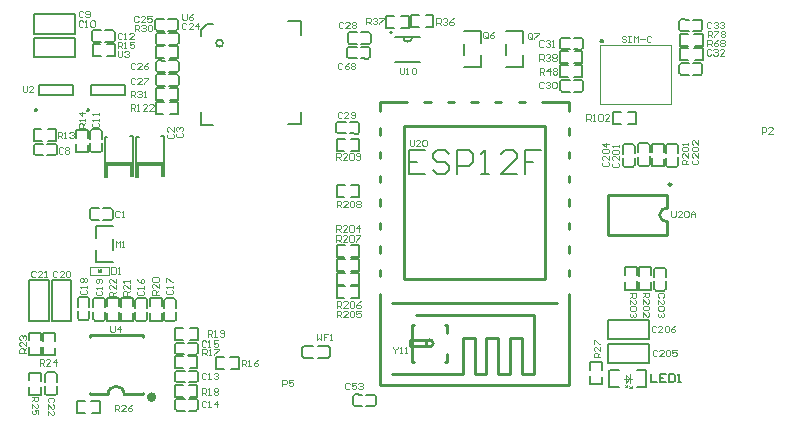
<source format=gto>
G04 Layer_Color=65535*
%FSLAX44Y44*%
%MOMM*%
G71*
G01*
G75*
%ADD34C,0.1270*%
%ADD37C,0.2000*%
%ADD58C,0.2540*%
%ADD85C,0.4000*%
%ADD86C,0.1524*%
%ADD87C,0.3500*%
%ADD88C,0.0500*%
%ADD89C,0.1000*%
%ADD90C,0.1500*%
%ADD91C,0.2032*%
%ADD92R,2.3876X0.4572*%
D34*
X486664Y29071D02*
X486675Y35772D01*
X486541Y41067D02*
X486553Y48091D01*
X496675Y29071D02*
X496687Y35647D01*
X496698Y41611D02*
X496709Y48091D01*
X486553D02*
X496709D01*
X486664Y29071D02*
X496675D01*
X23620Y53577D02*
X23631Y60279D01*
X23496Y65574D02*
X23509Y72597D01*
X33631Y53577D02*
X33642Y60153D01*
X33654Y66117D02*
X33665Y72597D01*
X23509D02*
X33665D01*
X23620Y53577D02*
X33631D01*
X135182Y52728D02*
X141883Y52716D01*
X147179Y52851D02*
X154202Y52839D01*
X135182Y42716D02*
X141758Y42705D01*
X147722Y42693D02*
X154202Y42682D01*
Y52839D01*
X135182Y42716D02*
Y52728D01*
X52388Y14847D02*
X59089Y14836D01*
X64384Y14971D02*
X71408Y14958D01*
X52388Y4836D02*
X58964Y4825D01*
X64928Y4813D02*
X71408Y4802D01*
Y14958D01*
X52388Y4836D02*
Y14847D01*
X87571Y95260D02*
X87582Y101961D01*
X87693Y82941D02*
X87705Y89965D01*
X77559Y95385D02*
X77571Y101961D01*
X77536Y82941D02*
X77547Y89421D01*
X77536Y82941D02*
X87693D01*
X77571Y101961D02*
X87582D01*
X124225Y95086D02*
X124237Y101787D01*
X124348Y82767D02*
X124360Y89791D01*
X114214Y95211D02*
X114225Y101787D01*
X114191Y82767D02*
X114202Y89247D01*
X114191Y82767D02*
X124348D01*
X114225Y101787D02*
X124237D01*
X21478Y66234D02*
X21490Y72935D01*
X21601Y53914D02*
X21613Y60938D01*
X11467Y66359D02*
X11478Y72935D01*
X11444Y53914D02*
X11455Y60395D01*
X11444Y53914D02*
X21601D01*
X11478Y72935D02*
X21490D01*
X89544Y82776D02*
X89556Y89477D01*
X89421Y94772D02*
X89433Y101796D01*
X99556Y82776D02*
X99567Y89352D01*
X99579Y95316D02*
X99590Y101796D01*
X89433D02*
X99590D01*
X89544Y82776D02*
X99556D01*
X147647Y66549D02*
X154348Y66538D01*
X135328Y66427D02*
X142352Y66415D01*
X147772Y76561D02*
X154348Y76549D01*
X135328Y76583D02*
X141808Y76572D01*
X135328Y66427D02*
Y76583D01*
X154348Y66538D02*
Y76549D01*
X21860Y32276D02*
X21872Y38977D01*
X21983Y19957D02*
X21995Y26981D01*
X11849Y32401D02*
X11860Y38977D01*
X11826Y19957D02*
X11837Y26437D01*
X11826Y19957D02*
X21983D01*
X11860Y38977D02*
X21872D01*
X272043Y236988D02*
X278744Y236976D01*
X284039Y237111D02*
X291063Y237099D01*
X272043Y226976D02*
X278618Y226965D01*
X284583Y226953D02*
X291063Y226942D01*
Y237099D01*
X272043Y226976D02*
Y236988D01*
Y197727D02*
X278744Y197716D01*
X284039Y197850D02*
X291063Y197838D01*
X272043Y187716D02*
X278618Y187705D01*
X284583Y187693D02*
X291063Y187682D01*
Y197838D01*
X272043Y187716D02*
Y197727D01*
X135182Y28708D02*
X141883Y28696D01*
X147179Y28831D02*
X154202Y28819D01*
X135182Y18696D02*
X141758Y18685D01*
X147722Y18673D02*
X154202Y18662D01*
Y28819D01*
X135182Y18696D02*
Y28708D01*
X272043Y135388D02*
X278744Y135376D01*
X284039Y135511D02*
X291063Y135499D01*
X272043Y125376D02*
X278618Y125365D01*
X284583Y125353D02*
X291063Y125342D01*
Y135499D01*
X272043Y125376D02*
Y135388D01*
Y123559D02*
X278744Y123548D01*
X284039Y123682D02*
X291063Y123671D01*
X272043Y113548D02*
X278618Y113537D01*
X284583Y113525D02*
X291063Y113514D01*
Y123671D01*
X272043Y113548D02*
Y123559D01*
Y112020D02*
X278744Y112008D01*
X284039Y112143D02*
X291063Y112131D01*
X272043Y102008D02*
X278618Y101997D01*
X284583Y101985D02*
X291063Y101974D01*
Y112131D01*
X272043Y102008D02*
Y112020D01*
Y147072D02*
X278744Y147060D01*
X284039Y147195D02*
X291063Y147183D01*
X272043Y137060D02*
X278618Y137049D01*
X284583Y137037D02*
X291063Y137026D01*
Y147183D01*
X272043Y137060D02*
Y147072D01*
X526257Y121446D02*
X526269Y128147D01*
X526380Y109127D02*
X526392Y116151D01*
X516246Y121572D02*
X516257Y128147D01*
X516223Y109127D02*
X516234Y115607D01*
X516223Y109127D02*
X526380D01*
X516257Y128147D02*
X526269D01*
X539351Y213593D02*
X539363Y220294D01*
X539228Y225590D02*
X539240Y232614D01*
X549363Y213593D02*
X549374Y220169D01*
X549386Y226133D02*
X549397Y232614D01*
X539240D02*
X549397D01*
X539351Y213593D02*
X549363D01*
X528456Y109192D02*
X528468Y115893D01*
X528333Y121188D02*
X528345Y128212D01*
X538468Y109192D02*
X538479Y115768D01*
X538491Y121732D02*
X538502Y128212D01*
X528345D02*
X538502D01*
X528456Y109192D02*
X538468D01*
X473439Y289053D02*
X480140Y289042D01*
X461120Y288931D02*
X468144Y288919D01*
X473564Y299065D02*
X480140Y299053D01*
X461120Y299088D02*
X467600Y299076D01*
X461120Y288931D02*
Y299088D01*
X480140Y289042D02*
Y299053D01*
X506470Y259638D02*
X513171Y259627D01*
X518467Y259762D02*
X525490Y259749D01*
X506470Y249627D02*
X513046Y249615D01*
X519010Y249604D02*
X525490Y249593D01*
Y259749D01*
X506470Y249627D02*
Y259638D01*
X473439Y300882D02*
X480140Y300870D01*
X461120Y300759D02*
X468144Y300747D01*
X473564Y310893D02*
X480140Y310882D01*
X461120Y310916D02*
X467600Y310905D01*
X461120Y300759D02*
Y310916D01*
X480140Y300870D02*
Y310882D01*
X562818Y313551D02*
X569520Y313540D01*
X574815Y313675D02*
X581839Y313662D01*
X562818Y303540D02*
X569394Y303529D01*
X575359Y303517D02*
X581839Y303506D01*
Y313662D01*
X562818Y303540D02*
Y313551D01*
Y325380D02*
X569520Y325368D01*
X574815Y325503D02*
X581839Y325491D01*
X562818Y315368D02*
X569394Y315357D01*
X575359Y315345D02*
X581839Y315334D01*
Y325491D01*
X562818Y315368D02*
Y325380D01*
X77907Y306833D02*
X84608Y306822D01*
X65588Y306711D02*
X72612Y306699D01*
X78032Y316845D02*
X84608Y316833D01*
X65588Y316868D02*
X72068Y316856D01*
X65588Y306711D02*
Y316868D01*
X84608Y306822D02*
Y316833D01*
X51299Y225469D02*
X51311Y232171D01*
X51176Y237466D02*
X51188Y244490D01*
X61311Y225469D02*
X61322Y232045D01*
X61334Y238009D02*
X61345Y244490D01*
X51188D02*
X61345D01*
X51299Y225469D02*
X61311D01*
X27787Y235350D02*
X34488Y235338D01*
X15468Y235227D02*
X22492Y235215D01*
X27912Y245361D02*
X34488Y245350D01*
X15468Y245384D02*
X21948Y245373D01*
X15468Y235227D02*
Y245384D01*
X34488Y235338D02*
Y245350D01*
X118825Y280019D02*
X125526Y280007D01*
X130821Y280142D02*
X137845Y280130D01*
X118825Y270007D02*
X125401Y269996D01*
X131365Y269984D02*
X137845Y269973D01*
Y280130D01*
X118825Y270007D02*
Y280019D01*
Y268335D02*
X125526Y268323D01*
X130821Y268458D02*
X137845Y268446D01*
X118825Y258323D02*
X125401Y258312D01*
X131365Y258300D02*
X137845Y258289D01*
Y268446D01*
X118825Y258323D02*
Y268335D01*
X131144Y305160D02*
X137845Y305149D01*
X118825Y305038D02*
X125849Y305026D01*
X131270Y315172D02*
X137845Y315160D01*
X118825Y315194D02*
X125305Y315183D01*
X118825Y305038D02*
Y315194D01*
X137845Y305149D02*
Y315160D01*
X347345Y331362D02*
X354047Y331350D01*
X335026Y331239D02*
X342050Y331227D01*
X347471Y341373D02*
X354047Y341362D01*
X335026Y341396D02*
X341507Y341385D01*
X335026Y331239D02*
Y341396D01*
X354047Y331350D02*
Y341362D01*
X314207Y341128D02*
X320908Y341116D01*
X326203Y341251D02*
X333227Y341239D01*
X314207Y331116D02*
X320782Y331105D01*
X326746Y331093D02*
X333227Y331082D01*
Y341239D01*
X314207Y331116D02*
Y341128D01*
X169981Y52245D02*
X176683Y52234D01*
X181978Y52368D02*
X189002Y52356D01*
X169981Y42234D02*
X176557Y42222D01*
X182521Y42211D02*
X189002Y42200D01*
Y52356D01*
X169981Y42234D02*
Y52245D01*
D37*
X319212Y326800D02*
G03*
X319212Y326800I-1001J0D01*
G01*
X328372Y322990D02*
G03*
X335992Y322990I3810J-159D01*
G01*
X175935Y317971D02*
G03*
X175935Y317971I-3000J0D01*
G01*
X534041Y27004D02*
Y40933D01*
X526163Y27004D02*
X534041D01*
X503492D02*
X510992D01*
X503270Y41378D02*
X510770D01*
X526089Y40933D02*
X534041D01*
X503077Y27004D02*
Y41378D01*
X11414Y82641D02*
Y117389D01*
Y82641D02*
X28177D01*
Y117389D01*
X11414D02*
X28177D01*
X30798Y82413D02*
Y117161D01*
Y82413D02*
X47562D01*
Y117161D01*
X30798D02*
X47562D01*
X501819Y63625D02*
X536567D01*
X501819Y46861D02*
Y63625D01*
Y46861D02*
X536567D01*
Y63625D01*
X501819Y83945D02*
X536567D01*
X501819Y67181D02*
Y83945D01*
Y67181D02*
X536567D01*
Y83945D01*
X93257Y273797D02*
Y282297D01*
X64257D02*
X93257D01*
X64257Y273797D02*
X93257D01*
X64257D02*
Y282297D01*
X15833Y342517D02*
X50581D01*
X15833Y325753D02*
Y342517D01*
Y325753D02*
X50581D01*
Y342517D01*
X15833Y322705D02*
X50581D01*
X15833Y305941D02*
Y322705D01*
Y305941D02*
X50581D01*
Y322705D01*
X49117Y273797D02*
Y282297D01*
X20117D02*
X49117D01*
X20117Y273797D02*
X49117D01*
X20117D02*
Y282297D01*
X124172Y205032D02*
X125950D01*
X102074Y204778D02*
X103852D01*
X102074D02*
Y238814D01*
X104360D01*
X125950Y205032D02*
Y239322D01*
X123410D02*
X125950D01*
X103852Y204778D02*
Y214938D01*
X124172Y205032D02*
Y215192D01*
X97756Y205032D02*
X99534D01*
X75658Y204778D02*
X77436D01*
X75658D02*
Y238814D01*
X77944D01*
X99534Y205032D02*
Y239322D01*
X96994D02*
X99534D01*
X77436Y204778D02*
Y214938D01*
X97756Y205032D02*
Y215192D01*
X321540Y323330D02*
X342822D01*
X332182Y302330D02*
X342822D01*
X321540D02*
X332182D01*
X241517Y325058D02*
Y336488D01*
X231103D02*
X241517D01*
X230595Y249366D02*
X242025D01*
Y259780D01*
X156935Y248604D02*
X167349D01*
X156935D02*
Y260034D01*
X157117Y323788D02*
Y329050D01*
X162015Y333948D01*
X167095D01*
D58*
X92252Y20480D02*
G03*
X78536Y20480I-6858J0D01*
G01*
X551969Y178426D02*
G03*
X551969Y166626I-447J-5900D01*
G01*
X555573Y198224D02*
G03*
X555573Y198224I-1204J0D01*
G01*
X495778Y319102D02*
G03*
X495689Y319362I936J465D01*
G01*
X353784Y63805D02*
G03*
X353784Y63805I-2997J0D01*
G01*
X101396Y20480D02*
X107894D01*
X62894D02*
X69392D01*
X107894Y20626D02*
Y21783D01*
Y69470D02*
Y70626D01*
X62894D02*
X107894D01*
X62894Y69470D02*
Y70626D01*
Y20626D02*
Y21783D01*
X69392Y20480D02*
X78536D01*
X92252D02*
X101396D01*
X448901Y118152D02*
Y248152D01*
X328902D02*
X448901D01*
X328902Y118152D02*
Y248152D01*
Y118152D02*
X448901D01*
X338901Y88153D02*
X438901D01*
Y38153D02*
Y88153D01*
X428901Y38153D02*
X438901D01*
X428901D02*
Y68152D01*
X418901D02*
X428901D01*
X418901Y38153D02*
Y68152D01*
X408901Y38153D02*
X418901D01*
X408901D02*
Y68152D01*
X398901D02*
X408901D01*
X398901Y38153D02*
Y68152D01*
X388901Y38153D02*
X398901D01*
X388901D02*
Y68152D01*
X378901D02*
X388901D01*
X378901Y38153D02*
Y68152D01*
X318902Y38153D02*
X378901D01*
X318902Y98153D02*
X458901D01*
X308902Y28153D02*
X468901D01*
X308902D02*
Y105842D01*
Y120465D02*
Y125842D01*
Y140465D02*
Y145842D01*
Y160465D02*
Y165842D01*
Y180465D02*
Y185842D01*
Y200465D02*
Y205842D01*
Y220465D02*
Y225842D01*
Y240465D02*
Y245842D01*
Y260465D02*
Y268152D01*
X331607D01*
X346229D02*
X351607D01*
X366229D02*
X371599D01*
X386222D02*
X391606D01*
X406229D02*
X411594D01*
X426217D02*
X431573D01*
X446196D02*
X468901D01*
Y260465D02*
Y268152D01*
Y240465D02*
Y245842D01*
Y220465D02*
Y225842D01*
Y200465D02*
Y205842D01*
Y180465D02*
Y185842D01*
Y160465D02*
Y165842D01*
Y140465D02*
Y145842D01*
Y120465D02*
Y125842D01*
Y28153D02*
Y105842D01*
X551968Y155626D02*
Y166626D01*
X502069Y155626D02*
X551968D01*
X502069D02*
Y189339D01*
X551968D01*
Y178426D02*
Y189339D01*
X335790Y48305D02*
Y79303D01*
Y48305D02*
X337477D01*
X364101D02*
X365790D01*
Y54993D01*
Y72615D02*
Y79303D01*
X364101D02*
X365790D01*
X335790D02*
X337477D01*
X333989Y61305D02*
X348988D01*
X333989D02*
Y66504D01*
X349389D01*
D85*
X117393Y18126D02*
G03*
X117393Y18126I-1999J0D01*
G01*
D86*
X67579Y102364D02*
G03*
X66055Y100840I0J-1524D01*
G01*
X76027D02*
G03*
X74503Y102364I-1524J0D01*
G01*
X74488Y82854D02*
G03*
X76012Y84378I0J1524D01*
G01*
X66040D02*
G03*
X67564Y82854I1524J0D01*
G01*
X127344Y101802D02*
G03*
X125820Y100278I0J-1524D01*
G01*
X135793D02*
G03*
X134269Y101802I-1524J0D01*
G01*
X134253Y82294D02*
G03*
X135777Y83818I0J1524D01*
G01*
X125805D02*
G03*
X127329Y82294I1524J0D01*
G01*
X135309Y32285D02*
G03*
X136833Y30761I1524J0D01*
G01*
Y40733D02*
G03*
X135309Y39209I0J-1524D01*
G01*
X154818Y39193D02*
G03*
X153294Y40718I-1524J0D01*
G01*
Y30745D02*
G03*
X154818Y32269I0J1524D01*
G01*
X154611Y62752D02*
G03*
X153087Y64276I-1524J0D01*
G01*
Y54304D02*
G03*
X154611Y55828I0J1524D01*
G01*
X135102Y55844D02*
G03*
X136626Y54320I1524J0D01*
G01*
Y64292D02*
G03*
X135102Y62768I0J-1524D01*
G01*
X26643Y39149D02*
G03*
X25119Y37625I0J-1524D01*
G01*
X35091D02*
G03*
X33567Y39149I-1524J0D01*
G01*
X33551Y19640D02*
G03*
X35076Y21164I0J1524D01*
G01*
X25103D02*
G03*
X26628Y19640I1524J0D01*
G01*
X103251Y101997D02*
G03*
X101728Y100473I0J-1524D01*
G01*
X111699D02*
G03*
X110176Y101997I-1524J0D01*
G01*
X110160Y82488D02*
G03*
X111684Y84012I0J1524D01*
G01*
X101712D02*
G03*
X103236Y82488I1524J0D01*
G01*
X54343Y102910D02*
G03*
X52819Y101386I0J-1524D01*
G01*
X62791D02*
G03*
X61267Y102910I-1524J0D01*
G01*
X61251Y83401D02*
G03*
X62775Y84925I0J1524D01*
G01*
X52803D02*
G03*
X54327Y83401I1524J0D01*
G01*
X135309Y8409D02*
G03*
X136833Y6885I1524J0D01*
G01*
Y16857D02*
G03*
X135309Y15333I0J-1524D01*
G01*
X154818Y15317D02*
G03*
X153294Y16841I-1524J0D01*
G01*
Y6869D02*
G03*
X154818Y8393I0J1524D01*
G01*
X515904Y232569D02*
G03*
X514380Y231045I0J-1524D01*
G01*
X524352D02*
G03*
X522827Y232569I-1524J0D01*
G01*
X522812Y213060D02*
G03*
X524336Y214584I0J1524D01*
G01*
X514364D02*
G03*
X515888Y213060I1524J0D01*
G01*
X535660Y213836D02*
G03*
X537184Y215360I0J1524D01*
G01*
X527212D02*
G03*
X528736Y213836I1524J0D01*
G01*
X528751Y233345D02*
G03*
X527228Y231821I0J-1524D01*
G01*
X537200D02*
G03*
X535676Y233345I-1524J0D01*
G01*
X559471Y213015D02*
G03*
X560995Y214539I0J1524D01*
G01*
X551023D02*
G03*
X552547Y213015I1524J0D01*
G01*
X552563Y232524D02*
G03*
X551039Y231000I0J-1524D01*
G01*
X561011D02*
G03*
X559487Y232524I-1524J0D01*
G01*
X549289Y108383D02*
G03*
X550813Y109907I0J1524D01*
G01*
X540841D02*
G03*
X542365Y108383I1524J0D01*
G01*
X542380Y127892D02*
G03*
X540856Y126368I0J-1524D01*
G01*
X550829D02*
G03*
X549305Y127892I-1524J0D01*
G01*
X71887Y225388D02*
G03*
X73411Y226912I0J1524D01*
G01*
X63439D02*
G03*
X64963Y225388I1524J0D01*
G01*
X64979Y244897D02*
G03*
X63455Y243373I0J-1524D01*
G01*
X73427D02*
G03*
X71903Y244897I-1524J0D01*
G01*
X84309Y327276D02*
G03*
X82785Y328800I-1524J0D01*
G01*
Y318828D02*
G03*
X84309Y320352I0J1524D01*
G01*
X64800Y320368D02*
G03*
X66324Y318844I1524J0D01*
G01*
Y328816D02*
G03*
X64800Y327292I0J-1524D01*
G01*
X581712Y336409D02*
G03*
X580188Y337933I-1524J0D01*
G01*
Y327961D02*
G03*
X581712Y329484I0J1524D01*
G01*
X562203Y329500D02*
G03*
X563727Y327976I1524J0D01*
G01*
Y337948D02*
G03*
X562203Y336424I0J-1524D01*
G01*
X581712Y299480D02*
G03*
X580188Y301005I-1524J0D01*
G01*
Y291032D02*
G03*
X581712Y292556I0J1524D01*
G01*
X562203Y292572D02*
G03*
X563727Y291048I1524J0D01*
G01*
Y301020D02*
G03*
X562203Y299496I0J-1524D01*
G01*
X461247Y314081D02*
G03*
X462771Y312557I1524J0D01*
G01*
Y322529D02*
G03*
X461247Y321005I0J-1524D01*
G01*
X480756Y320989D02*
G03*
X479232Y322513I-1524J0D01*
G01*
Y312541D02*
G03*
X480756Y314065I0J1524D01*
G01*
X461247Y278365D02*
G03*
X462771Y276841I1524J0D01*
G01*
Y286813D02*
G03*
X461247Y285289I0J-1524D01*
G01*
X480756Y285273D02*
G03*
X479232Y286797I-1524J0D01*
G01*
Y276825D02*
G03*
X480756Y278349I0J1524D01*
G01*
X35104Y231252D02*
G03*
X33580Y232777I-1524J0D01*
G01*
Y222805D02*
G03*
X35104Y224328I0J1524D01*
G01*
X15595Y224344D02*
G03*
X17119Y222820I1524J0D01*
G01*
Y232792D02*
G03*
X15595Y231268I0J-1524D01*
G01*
X138461Y290031D02*
G03*
X136937Y291555I-1524J0D01*
G01*
Y281583D02*
G03*
X138461Y283107I0J1524D01*
G01*
X118952Y283123D02*
G03*
X120476Y281599I1524J0D01*
G01*
Y291571D02*
G03*
X118952Y290047I0J-1524D01*
G01*
X281415Y318653D02*
G03*
X282939Y317129I1524J0D01*
G01*
Y327101D02*
G03*
X281415Y325577I0J-1524D01*
G01*
X300924Y325561D02*
G03*
X299400Y327085I-1524J0D01*
G01*
Y317113D02*
G03*
X300924Y318637I0J1524D01*
G01*
X82522Y176563D02*
G03*
X80998Y178087I-1524J0D01*
G01*
Y168115D02*
G03*
X82522Y169639I0J1524D01*
G01*
X63013Y169655D02*
G03*
X64537Y168130I1524J0D01*
G01*
Y178102D02*
G03*
X63013Y176579I0J-1524D01*
G01*
X280907Y306461D02*
G03*
X282431Y304937I1524J0D01*
G01*
Y314909D02*
G03*
X280907Y313385I0J-1524D01*
G01*
X300416Y313369D02*
G03*
X298892Y314893I-1524J0D01*
G01*
Y304921D02*
G03*
X300416Y306445I0J1524D01*
G01*
X305360Y18908D02*
G03*
X303836Y20433I-1524J0D01*
G01*
Y10460D02*
G03*
X305360Y11984I0J1524D01*
G01*
X285851Y12000D02*
G03*
X287375Y10476I1524J0D01*
G01*
Y20448D02*
G03*
X285851Y18924I0J-1524D01*
G01*
X138461Y301715D02*
G03*
X136937Y303239I-1524J0D01*
G01*
Y293267D02*
G03*
X138461Y294791I0J1524D01*
G01*
X118952Y294807D02*
G03*
X120476Y293283I1524J0D01*
G01*
Y303255D02*
G03*
X118952Y301731I0J-1524D01*
G01*
X138461Y325083D02*
G03*
X136937Y326607I-1524J0D01*
G01*
Y316635D02*
G03*
X138461Y318159I0J1524D01*
G01*
X118952Y318175D02*
G03*
X120476Y316651I1524J0D01*
G01*
Y326623D02*
G03*
X118952Y325099I0J-1524D01*
G01*
X271763Y242961D02*
G03*
X273287Y241437I1524J0D01*
G01*
Y251409D02*
G03*
X271763Y249885I0J-1524D01*
G01*
X291272Y249869D02*
G03*
X289748Y251393I-1524J0D01*
G01*
Y241421D02*
G03*
X291272Y242945I0J1524D01*
G01*
X137681Y337020D02*
G03*
X136157Y338544I-1524J0D01*
G01*
Y328572D02*
G03*
X137681Y330096I0J1524D01*
G01*
X118172Y330112D02*
G03*
X119696Y328588I1524J0D01*
G01*
Y338560D02*
G03*
X118172Y337036I0J-1524D01*
G01*
X67579Y102364D02*
X74503D01*
X76027Y94292D02*
Y100840D01*
X66055Y94242D02*
Y100840D01*
X67564Y82854D02*
X74488D01*
X66040Y84378D02*
X66063Y90708D01*
X76009Y90656D02*
X76012Y84378D01*
X127344Y101802D02*
X134269D01*
X135793Y93731D02*
Y100278D01*
X125820Y93681D02*
Y100278D01*
X127329Y82294D02*
X134253D01*
X125805Y83818D02*
X125828Y90147D01*
X135774Y90095D02*
X135777Y83818D01*
X135309Y32285D02*
Y39209D01*
X136833Y40733D02*
X143381D01*
X136833Y30761D02*
X143431D01*
X154818Y32269D02*
Y39193D01*
X146965Y30769D02*
X153294Y30745D01*
X147016Y40714D02*
X153294Y40718D01*
X154611Y55828D02*
Y62752D01*
X146540Y54304D02*
X153087D01*
X146490Y64276D02*
X153087D01*
X135102Y55844D02*
Y62768D01*
X136626Y64292D02*
X142956Y64269D01*
X136626Y54320D02*
X142904Y54323D01*
X26643Y39149D02*
X33567D01*
X35091Y31077D02*
Y37625D01*
X25119Y31028D02*
Y37625D01*
X26628Y19640D02*
X33551D01*
X25103Y21164D02*
X25127Y27494D01*
X35073Y27442D02*
X35076Y21164D01*
X103251Y101997D02*
X110176D01*
X111699Y93925D02*
Y100473D01*
X101728Y93876D02*
Y100473D01*
X103236Y82488D02*
X110160D01*
X101712Y84012D02*
X101735Y90342D01*
X111681Y90290D02*
X111684Y84012D01*
X54343Y102910D02*
X61267D01*
X62791Y94838D02*
Y101386D01*
X52819Y94789D02*
Y101386D01*
X54327Y83401D02*
X61251D01*
X52803Y84925D02*
X52826Y91255D01*
X62772Y91203D02*
X62775Y84925D01*
X135309Y8409D02*
Y15333D01*
X136833Y16857D02*
X143381D01*
X136833Y6885D02*
X143431D01*
X154818Y8393D02*
Y15317D01*
X146965Y6893D02*
X153294Y6869D01*
X147016Y16838D02*
X153294Y16841D01*
X244253Y61355D02*
X252154D01*
X242729Y59831D02*
X244253Y61355D01*
X242729Y52907D02*
Y59831D01*
Y52907D02*
X244253Y51383D01*
X252154D01*
X256678Y61355D02*
X264579D01*
X266103Y59831D01*
Y52907D02*
Y59831D01*
X264579Y51383D02*
X266103Y52907D01*
X256678Y51383D02*
X264579D01*
X515904Y232569D02*
X522827D01*
X524352Y224497D02*
Y231045D01*
X514380Y224448D02*
Y231045D01*
X515888Y213060D02*
X522812D01*
X514364Y214584D02*
X514387Y220914D01*
X524333Y220862D02*
X524336Y214584D01*
X528736Y213836D02*
X535660D01*
X527212Y215360D02*
Y221908D01*
X537184Y215360D02*
Y221957D01*
X528751Y233345D02*
X535676D01*
X537176Y225491D02*
X537200Y231821D01*
X527228D02*
X527231Y225543D01*
X415672Y308223D02*
Y317331D01*
X430196Y317722D02*
Y328039D01*
X415672D02*
X430196D01*
Y297514D02*
Y307831D01*
X415672Y297514D02*
X430196D01*
X379604Y308223D02*
Y317331D01*
X394128Y317722D02*
Y328039D01*
X379604D02*
X394128D01*
Y297514D02*
Y307831D01*
X379604Y297514D02*
X394128D01*
X552547Y213015D02*
X559471D01*
X551023Y214539D02*
Y221087D01*
X560995Y214539D02*
Y221137D01*
X552563Y232524D02*
X559487D01*
X560988Y224671D02*
X561011Y231000D01*
X551039D02*
X551042Y224722D01*
X542365Y108383D02*
X549289D01*
X540841Y109907D02*
Y116455D01*
X550813Y109907D02*
Y116504D01*
X542380Y127892D02*
X549305D01*
X550805Y120038D02*
X550829Y126368D01*
X540856D02*
X540859Y120090D01*
X64963Y225388D02*
X71887D01*
X63439Y226912D02*
Y233460D01*
X73411Y226912D02*
Y233510D01*
X64979Y244897D02*
X71903D01*
X73404Y237043D02*
X73427Y243373D01*
X63455D02*
X63458Y237095D01*
X84309Y320352D02*
Y327276D01*
X76237Y318828D02*
X82785D01*
X76188Y328800D02*
X82785D01*
X64800Y320368D02*
Y327292D01*
X66324Y328816D02*
X72654Y328793D01*
X66324Y318844D02*
X72602Y318847D01*
X581712Y329484D02*
Y336409D01*
X573640Y327961D02*
X580188D01*
X573590Y337933D02*
X580188D01*
X562203Y329500D02*
Y336424D01*
X563727Y337948D02*
X570056Y337925D01*
X563727Y327976D02*
X570005Y327979D01*
X581712Y292556D02*
Y299480D01*
X573640Y291032D02*
X580188D01*
X573590Y301005D02*
X580188D01*
X562203Y292572D02*
Y299496D01*
X563727Y301020D02*
X570056Y300997D01*
X563727Y291048D02*
X570005Y291051D01*
X461247Y314081D02*
Y321005D01*
X462771Y322529D02*
X469319D01*
X462771Y312557D02*
X469368D01*
X480756Y314065D02*
Y320989D01*
X472902Y312565D02*
X479232Y312541D01*
X472954Y322510D02*
X479232Y322513D01*
X461247Y278365D02*
Y285289D01*
X462771Y286813D02*
X469319D01*
X462771Y276841D02*
X469368D01*
X480756Y278349D02*
Y285273D01*
X472902Y276849D02*
X479232Y276825D01*
X472954Y286794D02*
X479232Y286797D01*
X35104Y224328D02*
Y231252D01*
X27032Y222805D02*
X33580D01*
X26982Y232777D02*
X33580D01*
X15595Y224344D02*
Y231268D01*
X17119Y232792D02*
X23449Y232769D01*
X17119Y222820D02*
X23397Y222823D01*
X138461Y283107D02*
Y290031D01*
X130389Y281583D02*
X136937D01*
X130340Y291555D02*
X136937D01*
X118952Y283123D02*
Y290047D01*
X120476Y291571D02*
X126806Y291548D01*
X120476Y281599D02*
X126754Y281602D01*
X281415Y318653D02*
Y325577D01*
X282939Y327101D02*
X289487D01*
X282939Y317129D02*
X289536D01*
X300924Y318637D02*
Y325561D01*
X293070Y317136D02*
X299400Y317113D01*
X293122Y327082D02*
X299400Y327085D01*
X82522Y169639D02*
Y176563D01*
X74450Y168115D02*
X80998D01*
X74401Y178087D02*
X80998D01*
X63013Y169655D02*
Y176579D01*
X64537Y178102D02*
X70867Y178079D01*
X64537Y168130D02*
X70815Y168134D01*
X280907Y306461D02*
Y313385D01*
X282431Y314909D02*
X288979D01*
X282431Y304937D02*
X289028D01*
X300416Y306445D02*
Y313369D01*
X292562Y304944D02*
X298892Y304921D01*
X292614Y314890D02*
X298892Y314893D01*
X305360Y11984D02*
Y18908D01*
X297288Y10460D02*
X303836D01*
X297238Y20433D02*
X303836D01*
X285851Y12000D02*
Y18924D01*
X287375Y20448D02*
X293704Y20425D01*
X287375Y10476D02*
X293653Y10479D01*
X138461Y294791D02*
Y301715D01*
X130389Y293267D02*
X136937D01*
X130340Y303239D02*
X136937D01*
X118952Y294807D02*
Y301731D01*
X120476Y303255D02*
X126806Y303232D01*
X120476Y293283D02*
X126754Y293286D01*
X138461Y318159D02*
Y325083D01*
X130389Y316635D02*
X136937D01*
X130340Y326607D02*
X136937D01*
X118952Y318175D02*
Y325099D01*
X120476Y326623D02*
X126806Y326600D01*
X120476Y316651D02*
X126754Y316654D01*
X271763Y242961D02*
Y249885D01*
X273287Y251409D02*
X279835D01*
X273287Y241437D02*
X279884D01*
X291272Y242945D02*
Y249869D01*
X283418Y241444D02*
X289748Y241421D01*
X283470Y251390D02*
X289748Y251393D01*
X82811Y143145D02*
Y152253D01*
X68287Y132437D02*
Y142753D01*
Y132437D02*
X82811D01*
X68287Y152645D02*
Y162961D01*
X82811D01*
X137681Y330096D02*
Y337020D01*
X129609Y328572D02*
X136157D01*
X129560Y338544D02*
X136157D01*
X118172Y330112D02*
Y337036D01*
X119696Y338560D02*
X126026Y338536D01*
X119696Y328588D02*
X125974Y328591D01*
D87*
X61739Y261283D02*
G03*
X61739Y261283I-508J0D01*
G01*
X17599D02*
G03*
X17599Y261283I-508J0D01*
G01*
D88*
X516096Y28530D02*
X518246Y26380D01*
X516305D02*
X518246D01*
X518291Y26425D01*
Y28407D01*
X519629Y27835D02*
X521779Y25685D01*
X519837D02*
X521779D01*
X521824Y25730D01*
Y27711D01*
X515118Y33806D02*
X522264D01*
X520286Y29866D02*
Y38095D01*
X520008Y33623D02*
X520156D01*
X516826Y30441D02*
X520008Y33623D01*
X516826Y30441D02*
Y37364D01*
X520008Y34183D01*
Y33623D02*
Y34183D01*
X555213Y266067D02*
Y316567D01*
X494713D02*
X555213D01*
X494713Y266067D02*
X555213D01*
X494713D02*
Y316567D01*
X63518Y121748D02*
Y128748D01*
Y121748D02*
X76518D01*
X79518D01*
Y126248D01*
Y128748D01*
X63518D02*
X79518D01*
X71440Y123996D02*
Y126697D01*
X70353Y124147D02*
X71452Y125246D01*
X70349Y126348D02*
X71452Y125246D01*
X70353Y124147D02*
Y126344D01*
X72649Y124193D02*
Y126391D01*
X71550Y125292D02*
X72653Y124189D01*
X71550Y125292D02*
X72649Y126391D01*
D89*
X495181Y51894D02*
X489682D01*
Y54643D01*
X490599Y55559D01*
X492431D01*
X493348Y54643D01*
Y51894D01*
Y53727D02*
X495181Y55559D01*
Y61058D02*
Y57392D01*
X491515Y61058D01*
X490599D01*
X489682Y60141D01*
Y58308D01*
X490599Y57392D01*
X489682Y62890D02*
Y66556D01*
X490599D01*
X494264Y62890D01*
X495181D01*
X88351Y175228D02*
X87435Y176144D01*
X85602D01*
X84686Y175228D01*
Y171562D01*
X85602Y170646D01*
X87435D01*
X88351Y171562D01*
X90184Y170646D02*
X92017D01*
X91101D01*
Y176144D01*
X90184Y175228D01*
X129547Y241280D02*
X128631Y240364D01*
Y238531D01*
X129547Y237615D01*
X133213D01*
X134129Y238531D01*
Y240364D01*
X133213Y241280D01*
X134129Y246778D02*
Y243113D01*
X130464Y246778D01*
X129547D01*
X128631Y245862D01*
Y244029D01*
X129547Y243113D01*
X137167Y241788D02*
X136251Y240872D01*
Y239039D01*
X137167Y238123D01*
X140833D01*
X141749Y239039D01*
Y240872D01*
X140833Y241788D01*
X137167Y243621D02*
X136251Y244537D01*
Y246370D01*
X137167Y247286D01*
X138084D01*
X139000Y246370D01*
Y245454D01*
Y246370D01*
X139916Y247286D01*
X140833D01*
X141749Y246370D01*
Y244537D01*
X140833Y243621D01*
X40259Y228989D02*
X39342Y229905D01*
X37510D01*
X36593Y228989D01*
Y225323D01*
X37510Y224407D01*
X39342D01*
X40259Y225323D01*
X42091Y228989D02*
X43008Y229905D01*
X44841D01*
X45757Y228989D01*
Y228072D01*
X44841Y227156D01*
X45757Y226239D01*
Y225323D01*
X44841Y224407D01*
X43008D01*
X42091Y225323D01*
Y226239D01*
X43008Y227156D01*
X42091Y228072D01*
Y228989D01*
X43008Y227156D02*
X44841D01*
X57417Y344419D02*
X56501Y345335D01*
X54668D01*
X53752Y344419D01*
Y340753D01*
X54668Y339837D01*
X56501D01*
X57417Y340753D01*
X59250D02*
X60166Y339837D01*
X61999D01*
X62915Y340753D01*
Y344419D01*
X61999Y345335D01*
X60166D01*
X59250Y344419D01*
Y343502D01*
X60166Y342586D01*
X62915D01*
X57216Y336195D02*
X56300Y337111D01*
X54467D01*
X53551Y336195D01*
Y332529D01*
X54467Y331613D01*
X56300D01*
X57216Y332529D01*
X59049Y331613D02*
X60882D01*
X59965D01*
Y337111D01*
X59049Y336195D01*
X63631D02*
X64547Y337111D01*
X66380D01*
X67296Y336195D01*
Y332529D01*
X66380Y331613D01*
X64547D01*
X63631Y332529D01*
Y336195D01*
X66047Y250424D02*
X65131Y249508D01*
Y247675D01*
X66047Y246759D01*
X69713D01*
X70629Y247675D01*
Y249508D01*
X69713Y250424D01*
X70629Y252257D02*
Y254090D01*
Y253173D01*
X65131D01*
X66047Y252257D01*
X70629Y256839D02*
Y258671D01*
Y257755D01*
X65131D01*
X66047Y256839D01*
X90250Y326001D02*
X89333Y326917D01*
X87500D01*
X86584Y326001D01*
Y322336D01*
X87500Y321419D01*
X89333D01*
X90250Y322336D01*
X92082Y321419D02*
X93915D01*
X92999D01*
Y326917D01*
X92082Y326001D01*
X100330Y321419D02*
X96664D01*
X100330Y325085D01*
Y326001D01*
X99413Y326917D01*
X97580D01*
X96664Y326001D01*
X161671Y37981D02*
X160754Y38897D01*
X158922D01*
X158005Y37981D01*
Y34315D01*
X158922Y33399D01*
X160754D01*
X161671Y34315D01*
X163503Y33399D02*
X165336D01*
X164420D01*
Y38897D01*
X163503Y37981D01*
X168085D02*
X169002Y38897D01*
X170834D01*
X171751Y37981D01*
Y37064D01*
X170834Y36148D01*
X169918D01*
X170834D01*
X171751Y35231D01*
Y34315D01*
X170834Y33399D01*
X169002D01*
X168085Y34315D01*
X161671Y14105D02*
X160754Y15021D01*
X158922D01*
X158005Y14105D01*
Y10439D01*
X158922Y9523D01*
X160754D01*
X161671Y10439D01*
X163503Y9523D02*
X165336D01*
X164420D01*
Y15021D01*
X163503Y14105D01*
X170834Y9523D02*
Y15021D01*
X168085Y12272D01*
X171751D01*
X161527Y65313D02*
X160610Y66229D01*
X158778D01*
X157861Y65313D01*
Y61647D01*
X158778Y60731D01*
X160610D01*
X161527Y61647D01*
X163360Y60731D02*
X165192D01*
X164276D01*
Y66229D01*
X163360Y65313D01*
X171607Y66229D02*
X167941D01*
Y63480D01*
X169774Y64396D01*
X170690D01*
X171607Y63480D01*
Y61647D01*
X170690Y60731D01*
X168858D01*
X167941Y61647D01*
X104268Y108250D02*
X103352Y107334D01*
Y105501D01*
X104268Y104585D01*
X107934D01*
X108850Y105501D01*
Y107334D01*
X107934Y108250D01*
X108850Y110083D02*
Y111916D01*
Y110999D01*
X103352D01*
X104268Y110083D01*
X103352Y118330D02*
X104268Y116498D01*
X106101Y114665D01*
X107934D01*
X108850Y115581D01*
Y117414D01*
X107934Y118330D01*
X107017D01*
X106101Y117414D01*
Y114665D01*
X128684Y108942D02*
X127767Y108025D01*
Y106193D01*
X128684Y105276D01*
X132349D01*
X133266Y106193D01*
Y108025D01*
X132349Y108942D01*
X133266Y110774D02*
Y112607D01*
Y111691D01*
X127767D01*
X128684Y110774D01*
X127767Y115356D02*
Y119022D01*
X128684D01*
X132349Y115356D01*
X133266D01*
X55968Y109010D02*
X55051Y108093D01*
Y106261D01*
X55968Y105344D01*
X59633D01*
X60550Y106261D01*
Y108093D01*
X59633Y109010D01*
X60550Y110843D02*
Y112675D01*
Y111759D01*
X55051D01*
X55968Y110843D01*
Y115424D02*
X55051Y116341D01*
Y118174D01*
X55968Y119090D01*
X56884D01*
X57800Y118174D01*
X58717Y119090D01*
X59633D01*
X60550Y118174D01*
Y116341D01*
X59633Y115424D01*
X58717D01*
X57800Y116341D01*
X56884Y115424D01*
X55968D01*
X57800Y116341D02*
Y118174D01*
X69112Y108097D02*
X68196Y107181D01*
Y105348D01*
X69112Y104432D01*
X72778D01*
X73694Y105348D01*
Y107181D01*
X72778Y108097D01*
X73694Y109930D02*
Y111763D01*
Y110847D01*
X68196D01*
X69112Y109930D01*
X72778Y114512D02*
X73694Y115428D01*
Y117261D01*
X72778Y118177D01*
X69112D01*
X68196Y117261D01*
Y115428D01*
X69112Y114512D01*
X70029D01*
X70945Y115428D01*
Y118177D01*
X35733Y124181D02*
X34817Y125097D01*
X32984D01*
X32068Y124181D01*
Y120516D01*
X32984Y119599D01*
X34817D01*
X35733Y120516D01*
X41232Y119599D02*
X37566D01*
X41232Y123265D01*
Y124181D01*
X40315Y125097D01*
X38483D01*
X37566Y124181D01*
X43064D02*
X43981Y125097D01*
X45813D01*
X46730Y124181D01*
Y120516D01*
X45813Y119599D01*
X43981D01*
X43064Y120516D01*
Y124181D01*
X17365Y124409D02*
X16449Y125325D01*
X14616D01*
X13700Y124409D01*
Y120744D01*
X14616Y119827D01*
X16449D01*
X17365Y120744D01*
X22863Y119827D02*
X19198D01*
X22863Y123493D01*
Y124409D01*
X21947Y125325D01*
X20114D01*
X19198Y124409D01*
X24696Y119827D02*
X26529D01*
X25612D01*
Y125325D01*
X24696Y124409D01*
X32151Y13865D02*
X33067Y14782D01*
Y16614D01*
X32151Y17531D01*
X28485D01*
X27569Y16614D01*
Y14782D01*
X28485Y13865D01*
X27569Y8367D02*
Y12033D01*
X31234Y8367D01*
X32151D01*
X33067Y9283D01*
Y11116D01*
X32151Y12033D01*
X27569Y2869D02*
Y6534D01*
X31234Y2869D01*
X32151D01*
X33067Y3785D01*
Y5618D01*
X32151Y6534D01*
X144868Y334248D02*
X143952Y335164D01*
X142119D01*
X141202Y334248D01*
Y330583D01*
X142119Y329666D01*
X143952D01*
X144868Y330583D01*
X150366Y329666D02*
X146701D01*
X150366Y333332D01*
Y334248D01*
X149450Y335164D01*
X147617D01*
X146701Y334248D01*
X154948Y329666D02*
Y335164D01*
X152199Y332415D01*
X155864D01*
X104340Y340091D02*
X103424Y341008D01*
X101591D01*
X100674Y340091D01*
Y336426D01*
X101591Y335509D01*
X103424D01*
X104340Y336426D01*
X109838Y335509D02*
X106173D01*
X109838Y339175D01*
Y340091D01*
X108922Y341008D01*
X107089D01*
X106173Y340091D01*
X115336Y341008D02*
X111671D01*
Y338259D01*
X113504Y339175D01*
X114420D01*
X115336Y338259D01*
Y336426D01*
X114420Y335509D01*
X112587D01*
X111671Y336426D01*
X101452Y300467D02*
X100535Y301384D01*
X98703D01*
X97786Y300467D01*
Y296802D01*
X98703Y295886D01*
X100535D01*
X101452Y296802D01*
X106950Y295886D02*
X103285D01*
X106950Y299551D01*
Y300467D01*
X106034Y301384D01*
X104201D01*
X103285Y300467D01*
X112448Y301384D02*
X110616Y300467D01*
X108783Y298635D01*
Y296802D01*
X109699Y295886D01*
X111532D01*
X112448Y296802D01*
Y297718D01*
X111532Y298635D01*
X108783D01*
X101452Y287768D02*
X100535Y288684D01*
X98703D01*
X97786Y287768D01*
Y284102D01*
X98703Y283186D01*
X100535D01*
X101452Y284102D01*
X106950Y283186D02*
X103285D01*
X106950Y286851D01*
Y287768D01*
X106034Y288684D01*
X104201D01*
X103285Y287768D01*
X108783Y288684D02*
X112448D01*
Y287768D01*
X108783Y284102D01*
Y283186D01*
X277495Y335161D02*
X276578Y336077D01*
X274746D01*
X273829Y335161D01*
Y331495D01*
X274746Y330579D01*
X276578D01*
X277495Y331495D01*
X282993Y330579D02*
X279328D01*
X282993Y334244D01*
Y335161D01*
X282077Y336077D01*
X280244D01*
X279328Y335161D01*
X284826D02*
X285742Y336077D01*
X287575D01*
X288491Y335161D01*
Y334244D01*
X287575Y333328D01*
X288491Y332411D01*
Y331495D01*
X287575Y330579D01*
X285742D01*
X284826Y331495D01*
Y332411D01*
X285742Y333328D01*
X284826Y334244D01*
Y335161D01*
X285742Y333328D02*
X287575D01*
X276479Y258961D02*
X275562Y259877D01*
X273730D01*
X272813Y258961D01*
Y255295D01*
X273730Y254379D01*
X275562D01*
X276479Y255295D01*
X281977Y254379D02*
X278312D01*
X281977Y258044D01*
Y258961D01*
X281061Y259877D01*
X279228D01*
X278312Y258961D01*
X283810Y255295D02*
X284726Y254379D01*
X286559D01*
X287475Y255295D01*
Y258961D01*
X286559Y259877D01*
X284726D01*
X283810Y258961D01*
Y258044D01*
X284726Y257128D01*
X287475D01*
X447294Y284361D02*
X446378Y285277D01*
X444545D01*
X443629Y284361D01*
Y280695D01*
X444545Y279779D01*
X446378D01*
X447294Y280695D01*
X449127Y284361D02*
X450043Y285277D01*
X451876D01*
X452793Y284361D01*
Y283444D01*
X451876Y282528D01*
X450960D01*
X451876D01*
X452793Y281611D01*
Y280695D01*
X451876Y279779D01*
X450043D01*
X449127Y280695D01*
X454625Y284361D02*
X455542Y285277D01*
X457374D01*
X458291Y284361D01*
Y280695D01*
X457374Y279779D01*
X455542D01*
X454625Y280695D01*
Y284361D01*
X447362Y319491D02*
X446446Y320407D01*
X444613D01*
X443697Y319491D01*
Y315825D01*
X444613Y314909D01*
X446446D01*
X447362Y315825D01*
X449195Y319491D02*
X450111Y320407D01*
X451944D01*
X452860Y319491D01*
Y318574D01*
X451944Y317658D01*
X451028D01*
X451944D01*
X452860Y316742D01*
Y315825D01*
X451944Y314909D01*
X450111D01*
X449195Y315825D01*
X454693Y314909D02*
X456526D01*
X455610D01*
Y320407D01*
X454693Y319491D01*
X589151Y312017D02*
X588235Y312934D01*
X586402D01*
X585486Y312017D01*
Y308352D01*
X586402Y307435D01*
X588235D01*
X589151Y308352D01*
X590984Y312017D02*
X591901Y312934D01*
X593733D01*
X594650Y312017D01*
Y311101D01*
X593733Y310184D01*
X592817D01*
X593733D01*
X594650Y309268D01*
Y308352D01*
X593733Y307435D01*
X591901D01*
X590984Y308352D01*
X600148Y307435D02*
X596482D01*
X600148Y311101D01*
Y312017D01*
X599231Y312934D01*
X597399D01*
X596482Y312017D01*
X589407Y335161D02*
X588490Y336077D01*
X586658D01*
X585741Y335161D01*
Y331495D01*
X586658Y330579D01*
X588490D01*
X589407Y331495D01*
X591240Y335161D02*
X592156Y336077D01*
X593989D01*
X594905Y335161D01*
Y334244D01*
X593989Y333328D01*
X593072D01*
X593989D01*
X594905Y332411D01*
Y331495D01*
X593989Y330579D01*
X592156D01*
X591240Y331495D01*
X596738Y335161D02*
X597654Y336077D01*
X599487D01*
X600403Y335161D01*
Y334244D01*
X599487Y333328D01*
X598570D01*
X599487D01*
X600403Y332411D01*
Y331495D01*
X599487Y330579D01*
X597654D01*
X596738Y331495D01*
X283101Y29582D02*
X282184Y30499D01*
X280352D01*
X279435Y29582D01*
Y25917D01*
X280352Y25001D01*
X282184D01*
X283101Y25917D01*
X288599Y30499D02*
X284933D01*
Y27750D01*
X286766Y28666D01*
X287683D01*
X288599Y27750D01*
Y25917D01*
X287683Y25001D01*
X285850D01*
X284933Y25917D01*
X290432Y29582D02*
X291348Y30499D01*
X293181D01*
X294097Y29582D01*
Y28666D01*
X293181Y27750D01*
X292264D01*
X293181D01*
X294097Y26833D01*
Y25917D01*
X293181Y25001D01*
X291348D01*
X290432Y25917D01*
X276987Y300617D02*
X276070Y301533D01*
X274238D01*
X273321Y300617D01*
Y296951D01*
X274238Y296035D01*
X276070D01*
X276987Y296951D01*
X282485Y301533D02*
X280652Y300617D01*
X278820Y298784D01*
Y296951D01*
X279736Y296035D01*
X281569D01*
X282485Y296951D01*
Y297868D01*
X281569Y298784D01*
X278820D01*
X284318Y300617D02*
X285234Y301533D01*
X287067D01*
X287983Y300617D01*
Y299700D01*
X287067Y298784D01*
X287983Y297868D01*
Y296951D01*
X287067Y296035D01*
X285234D01*
X284318Y296951D01*
Y297868D01*
X285234Y298784D01*
X284318Y299700D01*
Y300617D01*
X285234Y298784D02*
X287067D01*
X506415Y216836D02*
X505499Y215920D01*
Y214087D01*
X506415Y213171D01*
X510081D01*
X510997Y214087D01*
Y215920D01*
X510081Y216836D01*
X510997Y222334D02*
Y218669D01*
X507332Y222334D01*
X506415D01*
X505499Y221418D01*
Y219585D01*
X506415Y218669D01*
Y224167D02*
X505499Y225084D01*
Y226916D01*
X506415Y227833D01*
X510081D01*
X510997Y226916D01*
Y225084D01*
X510081Y224167D01*
X506415D01*
X510997Y229665D02*
Y231498D01*
Y230582D01*
X505499D01*
X506415Y229665D01*
X573698Y219237D02*
X572782Y218321D01*
Y216488D01*
X573698Y215572D01*
X577364D01*
X578280Y216488D01*
Y218321D01*
X577364Y219237D01*
X578280Y224735D02*
Y221070D01*
X574615Y224735D01*
X573698D01*
X572782Y223819D01*
Y221986D01*
X573698Y221070D01*
Y226568D02*
X572782Y227484D01*
Y229317D01*
X573698Y230233D01*
X577364D01*
X578280Y229317D01*
Y227484D01*
X577364Y226568D01*
X573698D01*
X578280Y235732D02*
Y232066D01*
X574615Y235732D01*
X573698D01*
X572782Y234815D01*
Y232983D01*
X573698Y232066D01*
X548439Y102521D02*
X549355Y103438D01*
Y105271D01*
X548439Y106187D01*
X544774D01*
X543857Y105271D01*
Y103438D01*
X544774Y102521D01*
X543857Y97023D02*
Y100689D01*
X547523Y97023D01*
X548439D01*
X549355Y97940D01*
Y99772D01*
X548439Y100689D01*
Y95190D02*
X549355Y94274D01*
Y92441D01*
X548439Y91525D01*
X544774D01*
X543857Y92441D01*
Y94274D01*
X544774Y95190D01*
X548439D01*
Y89692D02*
X549355Y88776D01*
Y86943D01*
X548439Y86027D01*
X547523D01*
X546606Y86943D01*
Y87859D01*
Y86943D01*
X545690Y86027D01*
X544774D01*
X543857Y86943D01*
Y88776D01*
X544774Y89692D01*
X497971Y217283D02*
X497055Y216367D01*
Y214534D01*
X497971Y213618D01*
X501637D01*
X502553Y214534D01*
Y216367D01*
X501637Y217283D01*
X502553Y222781D02*
Y219116D01*
X498887Y222781D01*
X497971D01*
X497055Y221865D01*
Y220032D01*
X497971Y219116D01*
Y224614D02*
X497055Y225530D01*
Y227363D01*
X497971Y228279D01*
X501637D01*
X502553Y227363D01*
Y225530D01*
X501637Y224614D01*
X497971D01*
X502553Y232861D02*
X497055D01*
X499804Y230112D01*
Y233778D01*
X543390Y57285D02*
X542474Y58201D01*
X540641D01*
X539725Y57285D01*
Y53619D01*
X540641Y52703D01*
X542474D01*
X543390Y53619D01*
X548889Y52703D02*
X545223D01*
X548889Y56368D01*
Y57285D01*
X547972Y58201D01*
X546139D01*
X545223Y57285D01*
X550721D02*
X551638Y58201D01*
X553470D01*
X554387Y57285D01*
Y53619D01*
X553470Y52703D01*
X551638D01*
X550721Y53619D01*
Y57285D01*
X559885Y58201D02*
X556219D01*
Y55452D01*
X558052Y56368D01*
X558969D01*
X559885Y55452D01*
Y53619D01*
X558969Y52703D01*
X557136D01*
X556219Y53619D01*
X542374Y77605D02*
X541458Y78521D01*
X539625D01*
X538709Y77605D01*
Y73939D01*
X539625Y73023D01*
X541458D01*
X542374Y73939D01*
X547873Y73023D02*
X544207D01*
X547873Y76688D01*
Y77605D01*
X546956Y78521D01*
X545123D01*
X544207Y77605D01*
X549705D02*
X550622Y78521D01*
X552454D01*
X553371Y77605D01*
Y73939D01*
X552454Y73023D01*
X550622D01*
X549705Y73939D01*
Y77605D01*
X558869Y78521D02*
X557036Y77605D01*
X555204Y75772D01*
Y73939D01*
X556120Y73023D01*
X557953D01*
X558869Y73939D01*
Y74855D01*
X557953Y75772D01*
X555204D01*
X81297Y128305D02*
Y122807D01*
X84046D01*
X84963Y123723D01*
Y127389D01*
X84046Y128305D01*
X81297D01*
X86796Y122807D02*
X88628D01*
X87712D01*
Y128305D01*
X86796Y127389D01*
X84977Y145041D02*
Y150540D01*
X86810Y148707D01*
X88642Y150540D01*
Y145041D01*
X90475D02*
X92308D01*
X91391D01*
Y150540D01*
X90475Y149623D01*
X631969Y241171D02*
Y246669D01*
X634718D01*
X635635Y245753D01*
Y243920D01*
X634718Y243004D01*
X631969D01*
X641133Y241171D02*
X637467D01*
X641133Y244836D01*
Y245753D01*
X640217Y246669D01*
X638384D01*
X637467Y245753D01*
X226077Y27303D02*
Y32801D01*
X228826D01*
X229743Y31885D01*
Y30052D01*
X228826Y29135D01*
X226077D01*
X235241Y32801D02*
X231576D01*
Y30052D01*
X233408Y30968D01*
X234325D01*
X235241Y30052D01*
Y28219D01*
X234325Y27303D01*
X232492D01*
X231576Y28219D01*
X399923Y322859D02*
Y326525D01*
X399006Y327441D01*
X397174D01*
X396257Y326525D01*
Y322859D01*
X397174Y321943D01*
X399006D01*
X398090Y323775D02*
X399923Y321943D01*
X399006D02*
X399923Y322859D01*
X405421Y327441D02*
X403588Y326525D01*
X401755Y324692D01*
Y322859D01*
X402672Y321943D01*
X404505D01*
X405421Y322859D01*
Y323775D01*
X404505Y324692D01*
X401755D01*
X437515Y322351D02*
Y326017D01*
X436598Y326933D01*
X434766D01*
X433849Y326017D01*
Y322351D01*
X434766Y321435D01*
X436598D01*
X435682Y323268D02*
X437515Y321435D01*
X436598D02*
X437515Y322351D01*
X439347Y326933D02*
X443013D01*
Y326017D01*
X439347Y322351D01*
Y321435D01*
X35808Y237272D02*
Y242770D01*
X38557D01*
X39474Y241854D01*
Y240021D01*
X38557Y239105D01*
X35808D01*
X37641D02*
X39474Y237272D01*
X41306D02*
X43139D01*
X42223D01*
Y242770D01*
X41306Y241854D01*
X45888D02*
X46805Y242770D01*
X48637D01*
X49554Y241854D01*
Y240938D01*
X48637Y240021D01*
X47721D01*
X48637D01*
X49554Y239105D01*
Y238188D01*
X48637Y237272D01*
X46805D01*
X45888Y238188D01*
X59096Y246233D02*
X53598D01*
Y248982D01*
X54514Y249899D01*
X56347D01*
X57263Y248982D01*
Y246233D01*
Y248066D02*
X59096Y249899D01*
Y251731D02*
Y253564D01*
Y252648D01*
X53598D01*
X54514Y251731D01*
X59096Y259062D02*
X53598D01*
X56347Y256313D01*
Y259979D01*
X86782Y313567D02*
Y319065D01*
X89531D01*
X90448Y318149D01*
Y316316D01*
X89531Y315400D01*
X86782D01*
X88615D02*
X90448Y313567D01*
X92281D02*
X94113D01*
X93197D01*
Y319065D01*
X92281Y318149D01*
X100528Y319065D02*
X96862D01*
Y316316D01*
X98695Y317232D01*
X99612D01*
X100528Y316316D01*
Y314483D01*
X99612Y313567D01*
X97779D01*
X96862Y314483D01*
X158313Y53600D02*
Y59098D01*
X161062D01*
X161978Y58181D01*
Y56349D01*
X161062Y55432D01*
X158313D01*
X160145D02*
X161978Y53600D01*
X163811D02*
X165644D01*
X164727D01*
Y59098D01*
X163811Y58181D01*
X168393Y59098D02*
X172058D01*
Y58181D01*
X168393Y54516D01*
Y53600D01*
X158005Y20191D02*
Y25689D01*
X160754D01*
X161671Y24773D01*
Y22940D01*
X160754Y22023D01*
X158005D01*
X159838D02*
X161671Y20191D01*
X163503D02*
X165336D01*
X164420D01*
Y25689D01*
X163503Y24773D01*
X168085D02*
X169002Y25689D01*
X170834D01*
X171751Y24773D01*
Y23856D01*
X170834Y22940D01*
X171751Y22023D01*
Y21107D01*
X170834Y20191D01*
X169002D01*
X168085Y21107D01*
Y22023D01*
X169002Y22940D01*
X168085Y23856D01*
Y24773D01*
X169002Y22940D02*
X170834D01*
X163039Y69446D02*
Y74945D01*
X165788D01*
X166705Y74028D01*
Y72196D01*
X165788Y71279D01*
X163039D01*
X164872D02*
X166705Y69446D01*
X168538D02*
X170370D01*
X169454D01*
Y74945D01*
X168538Y74028D01*
X173119Y70363D02*
X174036Y69446D01*
X175868D01*
X176785Y70363D01*
Y74028D01*
X175868Y74945D01*
X174036D01*
X173119Y74028D01*
Y73112D01*
X174036Y72196D01*
X176785D01*
X121350Y104948D02*
X115852D01*
Y107697D01*
X116768Y108613D01*
X118601D01*
X119517Y107697D01*
Y104948D01*
Y106781D02*
X121350Y108613D01*
Y114112D02*
Y110446D01*
X117685Y114112D01*
X116768D01*
X115852Y113195D01*
Y111363D01*
X116768Y110446D01*
Y115944D02*
X115852Y116861D01*
Y118694D01*
X116768Y119610D01*
X120434D01*
X121350Y118694D01*
Y116861D01*
X120434Y115944D01*
X116768D01*
X96766Y104236D02*
X91267D01*
Y106985D01*
X92184Y107902D01*
X94017D01*
X94933Y106985D01*
Y104236D01*
Y106069D02*
X96766Y107902D01*
Y113400D02*
Y109734D01*
X93100Y113400D01*
X92184D01*
X91267Y112484D01*
Y110651D01*
X92184Y109734D01*
X96766Y115233D02*
Y117065D01*
Y116149D01*
X91267D01*
X92184Y115233D01*
X84907Y103984D02*
X79409D01*
Y106733D01*
X80325Y107650D01*
X82158D01*
X83074Y106733D01*
Y103984D01*
Y105817D02*
X84907Y107650D01*
Y113148D02*
Y109482D01*
X81242Y113148D01*
X80325D01*
X79409Y112232D01*
Y110399D01*
X80325Y109482D01*
X84907Y118646D02*
Y114981D01*
X81242Y118646D01*
X80325D01*
X79409Y117730D01*
Y115897D01*
X80325Y114981D01*
X9022Y55788D02*
X3524D01*
Y58537D01*
X4440Y59454D01*
X6273D01*
X7189Y58537D01*
Y55788D01*
Y57621D02*
X9022Y59454D01*
Y64952D02*
Y61287D01*
X5357Y64952D01*
X4440D01*
X3524Y64036D01*
Y62203D01*
X4440Y61287D01*
Y66785D02*
X3524Y67701D01*
Y69534D01*
X4440Y70450D01*
X5357D01*
X6273Y69534D01*
Y68618D01*
Y69534D01*
X7189Y70450D01*
X8106D01*
X9022Y69534D01*
Y67701D01*
X8106Y66785D01*
X20549Y44996D02*
Y50494D01*
X23298D01*
X24215Y49577D01*
Y47745D01*
X23298Y46828D01*
X20549D01*
X22382D02*
X24215Y44996D01*
X29713D02*
X26048D01*
X29713Y48661D01*
Y49577D01*
X28797Y50494D01*
X26964D01*
X26048Y49577D01*
X34295Y44996D02*
Y50494D01*
X31546Y47745D01*
X35211D01*
X13735Y18233D02*
X19233D01*
Y15483D01*
X18317Y14567D01*
X16484D01*
X15568Y15483D01*
Y18233D01*
Y16400D02*
X13735Y14567D01*
Y9069D02*
Y12734D01*
X17400Y9069D01*
X18317D01*
X19233Y9985D01*
Y11818D01*
X18317Y12734D01*
X19233Y3571D02*
Y7236D01*
X16484D01*
X17400Y5404D01*
Y4487D01*
X16484Y3571D01*
X14651D01*
X13735Y4487D01*
Y6320D01*
X14651Y7236D01*
X84204Y6349D02*
Y11847D01*
X86953D01*
X87870Y10931D01*
Y9098D01*
X86953Y8182D01*
X84204D01*
X86037D02*
X87870Y6349D01*
X93368D02*
X89702D01*
X93368Y10015D01*
Y10931D01*
X92451Y11847D01*
X90619D01*
X89702Y10931D01*
X98866Y11847D02*
X97033Y10931D01*
X95201Y9098D01*
Y7266D01*
X96117Y6349D01*
X97950D01*
X98866Y7266D01*
Y8182D01*
X97950Y9098D01*
X95201D01*
X101165Y328079D02*
Y333577D01*
X103914D01*
X104831Y332661D01*
Y330828D01*
X103914Y329912D01*
X101165D01*
X102998D02*
X104831Y328079D01*
X106663Y332661D02*
X107580Y333577D01*
X109412D01*
X110329Y332661D01*
Y331744D01*
X109412Y330828D01*
X108496D01*
X109412D01*
X110329Y329912D01*
Y328995D01*
X109412Y328079D01*
X107580D01*
X106663Y328995D01*
X112162Y332661D02*
X113078Y333577D01*
X114911D01*
X115827Y332661D01*
Y328995D01*
X114911Y328079D01*
X113078D01*
X112162Y328995D01*
Y332661D01*
X97786Y272010D02*
Y277508D01*
X100535D01*
X101452Y276591D01*
Y274759D01*
X100535Y273842D01*
X97786D01*
X99619D02*
X101452Y272010D01*
X103285Y276591D02*
X104201Y277508D01*
X106034D01*
X106950Y276591D01*
Y275675D01*
X106034Y274759D01*
X105117D01*
X106034D01*
X106950Y273842D01*
Y272926D01*
X106034Y272010D01*
X104201D01*
X103285Y272926D01*
X108783Y272010D02*
X110616D01*
X109699D01*
Y277508D01*
X108783Y276591D01*
X356500Y333416D02*
Y338914D01*
X359249D01*
X360165Y337998D01*
Y336165D01*
X359249Y335249D01*
X356500D01*
X358333D02*
X360165Y333416D01*
X361998Y337998D02*
X362915Y338914D01*
X364747D01*
X365664Y337998D01*
Y337081D01*
X364747Y336165D01*
X363831D01*
X364747D01*
X365664Y335249D01*
Y334332D01*
X364747Y333416D01*
X362915D01*
X361998Y334332D01*
X371162Y338914D02*
X369329Y337998D01*
X367496Y336165D01*
Y334332D01*
X368413Y333416D01*
X370245D01*
X371162Y334332D01*
Y335249D01*
X370245Y336165D01*
X367496D01*
X297197Y334135D02*
Y339633D01*
X299946D01*
X300863Y338717D01*
Y336884D01*
X299946Y335967D01*
X297197D01*
X299030D02*
X300863Y334135D01*
X302696Y338717D02*
X303612Y339633D01*
X305445D01*
X306361Y338717D01*
Y337800D01*
X305445Y336884D01*
X304528D01*
X305445D01*
X306361Y335967D01*
Y335051D01*
X305445Y334135D01*
X303612D01*
X302696Y335051D01*
X308194Y339633D02*
X311859D01*
Y338717D01*
X308194Y335051D01*
Y334135D01*
X443697Y302963D02*
Y308461D01*
X446446D01*
X447362Y307545D01*
Y305712D01*
X446446Y304796D01*
X443697D01*
X445530D02*
X447362Y302963D01*
X449195Y307545D02*
X450111Y308461D01*
X451944D01*
X452860Y307545D01*
Y306628D01*
X451944Y305712D01*
X451028D01*
X451944D01*
X452860Y304796D01*
Y303880D01*
X451944Y302963D01*
X450111D01*
X449195Y303880D01*
X454693Y307545D02*
X455610Y308461D01*
X457442D01*
X458359Y307545D01*
Y306628D01*
X457442Y305712D01*
X458359Y304796D01*
Y303880D01*
X457442Y302963D01*
X455610D01*
X454693Y303880D01*
Y304796D01*
X455610Y305712D01*
X454693Y306628D01*
Y307545D01*
X455610Y305712D02*
X457442D01*
X444119Y291318D02*
Y296817D01*
X446868D01*
X447784Y295900D01*
Y294067D01*
X446868Y293151D01*
X444119D01*
X445951D02*
X447784Y291318D01*
X452366D02*
Y296817D01*
X449617Y294067D01*
X453282D01*
X455115Y295900D02*
X456031Y296817D01*
X457864D01*
X458781Y295900D01*
Y294984D01*
X457864Y294067D01*
X458781Y293151D01*
Y292235D01*
X457864Y291318D01*
X456031D01*
X455115Y292235D01*
Y293151D01*
X456031Y294067D01*
X455115Y294984D01*
Y295900D01*
X456031Y294067D02*
X457864D01*
X585995Y315333D02*
Y320831D01*
X588744D01*
X589660Y319915D01*
Y318082D01*
X588744Y317166D01*
X585995D01*
X587828D02*
X589660Y315333D01*
X595159Y320831D02*
X593326Y319915D01*
X591493Y318082D01*
Y316249D01*
X592410Y315333D01*
X594242D01*
X595159Y316249D01*
Y317166D01*
X594242Y318082D01*
X591493D01*
X596991Y319915D02*
X597908Y320831D01*
X599740D01*
X600657Y319915D01*
Y318998D01*
X599740Y318082D01*
X600657Y317166D01*
Y316249D01*
X599740Y315333D01*
X597908D01*
X596991Y316249D01*
Y317166D01*
X597908Y318082D01*
X596991Y318998D01*
Y319915D01*
X597908Y318082D02*
X599740D01*
X586083Y323087D02*
Y328585D01*
X588832D01*
X589748Y327669D01*
Y325836D01*
X588832Y324920D01*
X586083D01*
X587916D02*
X589748Y323087D01*
X591581Y328585D02*
X595247D01*
Y327669D01*
X591581Y324004D01*
Y323087D01*
X597079Y327669D02*
X597996Y328585D01*
X599828D01*
X600745Y327669D01*
Y326753D01*
X599828Y325836D01*
X600745Y324920D01*
Y324004D01*
X599828Y323087D01*
X597996D01*
X597079Y324004D01*
Y324920D01*
X597996Y325836D01*
X597079Y326753D01*
Y327669D01*
X597996Y325836D02*
X599828D01*
X483536Y252176D02*
Y257675D01*
X486286D01*
X487202Y256758D01*
Y254926D01*
X486286Y254009D01*
X483536D01*
X485369D02*
X487202Y252176D01*
X489035D02*
X490867D01*
X489951D01*
Y257675D01*
X489035Y256758D01*
X493617D02*
X494533Y257675D01*
X496366D01*
X497282Y256758D01*
Y253093D01*
X496366Y252176D01*
X494533D01*
X493617Y253093D01*
Y256758D01*
X502780Y252176D02*
X499115D01*
X502780Y255842D01*
Y256758D01*
X501864Y257675D01*
X500031D01*
X499115Y256758D01*
X97786Y260834D02*
Y266332D01*
X100535D01*
X101452Y265415D01*
Y263583D01*
X100535Y262666D01*
X97786D01*
X99619D02*
X101452Y260834D01*
X103285D02*
X105117D01*
X104201D01*
Y266332D01*
X103285Y265415D01*
X111532Y260834D02*
X107866D01*
X111532Y264499D01*
Y265415D01*
X110616Y266332D01*
X108783D01*
X107866Y265415D01*
X117030Y260834D02*
X113365D01*
X117030Y264499D01*
Y265415D01*
X116114Y266332D01*
X114281D01*
X113365Y265415D01*
X569923Y215333D02*
X564425D01*
Y218082D01*
X565341Y218998D01*
X567174D01*
X568090Y218082D01*
Y215333D01*
Y217166D02*
X569923Y218998D01*
Y224496D02*
Y220831D01*
X566258Y224496D01*
X565341D01*
X564425Y223580D01*
Y221747D01*
X565341Y220831D01*
Y226329D02*
X564425Y227246D01*
Y229078D01*
X565341Y229995D01*
X569007D01*
X569923Y229078D01*
Y227246D01*
X569007Y226329D01*
X565341D01*
X569923Y231828D02*
Y233660D01*
Y232744D01*
X564425D01*
X565341Y231828D01*
X531241Y106605D02*
X536739D01*
Y103856D01*
X535823Y102940D01*
X533990D01*
X533074Y103856D01*
Y106605D01*
Y104773D02*
X531241Y102940D01*
Y97442D02*
Y101107D01*
X534907Y97442D01*
X535823D01*
X536739Y98358D01*
Y100191D01*
X535823Y101107D01*
Y95609D02*
X536739Y94692D01*
Y92860D01*
X535823Y91943D01*
X532157D01*
X531241Y92860D01*
Y94692D01*
X532157Y95609D01*
X535823D01*
X531241Y86445D02*
Y90111D01*
X534907Y86445D01*
X535823D01*
X536739Y87361D01*
Y89194D01*
X535823Y90111D01*
X520292Y106041D02*
X525790D01*
Y103292D01*
X524873Y102375D01*
X523041D01*
X522124Y103292D01*
Y106041D01*
Y104208D02*
X520292Y102375D01*
Y96877D02*
Y100542D01*
X523957Y96877D01*
X524873D01*
X525790Y97793D01*
Y99626D01*
X524873Y100542D01*
Y95044D02*
X525790Y94128D01*
Y92295D01*
X524873Y91379D01*
X521208D01*
X520292Y92295D01*
Y94128D01*
X521208Y95044D01*
X524873D01*
Y89546D02*
X525790Y88630D01*
Y86797D01*
X524873Y85880D01*
X523957D01*
X523041Y86797D01*
Y87713D01*
Y86797D01*
X522124Y85880D01*
X521208D01*
X520292Y86797D01*
Y88630D01*
X521208Y89546D01*
X271797Y158367D02*
Y163865D01*
X274546D01*
X275463Y162949D01*
Y161116D01*
X274546Y160200D01*
X271797D01*
X273630D02*
X275463Y158367D01*
X280961D02*
X277295D01*
X280961Y162032D01*
Y162949D01*
X280045Y163865D01*
X278212D01*
X277295Y162949D01*
X282794D02*
X283710Y163865D01*
X285543D01*
X286459Y162949D01*
Y159283D01*
X285543Y158367D01*
X283710D01*
X282794Y159283D01*
Y162949D01*
X291041Y158367D02*
Y163865D01*
X288292Y161116D01*
X291957D01*
X272305Y85723D02*
Y91221D01*
X275054D01*
X275971Y90305D01*
Y88472D01*
X275054Y87556D01*
X272305D01*
X274138D02*
X275971Y85723D01*
X281469D02*
X277803D01*
X281469Y89388D01*
Y90305D01*
X280553Y91221D01*
X278720D01*
X277803Y90305D01*
X283302D02*
X284218Y91221D01*
X286051D01*
X286967Y90305D01*
Y86639D01*
X286051Y85723D01*
X284218D01*
X283302Y86639D01*
Y90305D01*
X292465Y91221D02*
X288800D01*
Y88472D01*
X290633Y89388D01*
X291549D01*
X292465Y88472D01*
Y86639D01*
X291549Y85723D01*
X289716D01*
X288800Y86639D01*
X272305Y93851D02*
Y99349D01*
X275054D01*
X275971Y98433D01*
Y96600D01*
X275054Y95683D01*
X272305D01*
X274138D02*
X275971Y93851D01*
X281469D02*
X277803D01*
X281469Y97516D01*
Y98433D01*
X280553Y99349D01*
X278720D01*
X277803Y98433D01*
X283302D02*
X284218Y99349D01*
X286051D01*
X286967Y98433D01*
Y94767D01*
X286051Y93851D01*
X284218D01*
X283302Y94767D01*
Y98433D01*
X292465Y99349D02*
X290633Y98433D01*
X288800Y96600D01*
Y94767D01*
X289716Y93851D01*
X291549D01*
X292465Y94767D01*
Y95683D01*
X291549Y96600D01*
X288800D01*
X271797Y149731D02*
Y155229D01*
X274546D01*
X275463Y154313D01*
Y152480D01*
X274546Y151564D01*
X271797D01*
X273630D02*
X275463Y149731D01*
X280961D02*
X277295D01*
X280961Y153396D01*
Y154313D01*
X280045Y155229D01*
X278212D01*
X277295Y154313D01*
X282794D02*
X283710Y155229D01*
X285543D01*
X286459Y154313D01*
Y150647D01*
X285543Y149731D01*
X283710D01*
X282794Y150647D01*
Y154313D01*
X288292Y155229D02*
X291957D01*
Y154313D01*
X288292Y150647D01*
Y149731D01*
X272305Y179195D02*
Y184693D01*
X275054D01*
X275971Y183777D01*
Y181944D01*
X275054Y181028D01*
X272305D01*
X274138D02*
X275971Y179195D01*
X281469D02*
X277803D01*
X281469Y182860D01*
Y183777D01*
X280553Y184693D01*
X278720D01*
X277803Y183777D01*
X283302D02*
X284218Y184693D01*
X286051D01*
X286967Y183777D01*
Y180111D01*
X286051Y179195D01*
X284218D01*
X283302Y180111D01*
Y183777D01*
X288800D02*
X289716Y184693D01*
X291549D01*
X292465Y183777D01*
Y182860D01*
X291549Y181944D01*
X292465Y181028D01*
Y180111D01*
X291549Y179195D01*
X289716D01*
X288800Y180111D01*
Y181028D01*
X289716Y181944D01*
X288800Y182860D01*
Y183777D01*
X289716Y181944D02*
X291549D01*
X271797Y219327D02*
Y224825D01*
X274546D01*
X275463Y223909D01*
Y222076D01*
X274546Y221159D01*
X271797D01*
X273630D02*
X275463Y219327D01*
X280961D02*
X277295D01*
X280961Y222992D01*
Y223909D01*
X280045Y224825D01*
X278212D01*
X277295Y223909D01*
X282794D02*
X283710Y224825D01*
X285543D01*
X286459Y223909D01*
Y220243D01*
X285543Y219327D01*
X283710D01*
X282794Y220243D01*
Y223909D01*
X288292Y220243D02*
X289208Y219327D01*
X291041D01*
X291957Y220243D01*
Y223909D01*
X291041Y224825D01*
X289208D01*
X288292Y223909D01*
Y222992D01*
X289208Y222076D01*
X291957D01*
X517271Y323477D02*
X516354Y324393D01*
X514522D01*
X513605Y323477D01*
Y322560D01*
X514522Y321644D01*
X516354D01*
X517271Y320728D01*
Y319811D01*
X516354Y318895D01*
X514522D01*
X513605Y319811D01*
X519104Y324393D02*
X520936D01*
X520020D01*
Y318895D01*
X519104D01*
X520936D01*
X523685D02*
Y324393D01*
X525518Y322560D01*
X527351Y324393D01*
Y318895D01*
X529184Y321644D02*
X532849D01*
X538347Y323477D02*
X537431Y324393D01*
X535598D01*
X534682Y323477D01*
Y319811D01*
X535598Y318895D01*
X537431D01*
X538347Y319811D01*
X6113Y281721D02*
Y277139D01*
X7030Y276223D01*
X8862D01*
X9779Y277139D01*
Y281721D01*
X15277Y276223D02*
X11611D01*
X15277Y279888D01*
Y280805D01*
X14361Y281721D01*
X12528D01*
X11611Y280805D01*
X86912Y311406D02*
Y306824D01*
X87829Y305907D01*
X89661D01*
X90578Y306824D01*
Y311406D01*
X92410Y310489D02*
X93327Y311406D01*
X95160D01*
X96076Y310489D01*
Y309573D01*
X95160Y308657D01*
X94243D01*
X95160D01*
X96076Y307740D01*
Y306824D01*
X95160Y305907D01*
X93327D01*
X92410Y306824D01*
X80562Y78588D02*
Y74006D01*
X81478Y73090D01*
X83311D01*
X84227Y74006D01*
Y78588D01*
X88809Y73090D02*
Y78588D01*
X86060Y75839D01*
X89726D01*
X141499Y342666D02*
Y338084D01*
X142416Y337168D01*
X144248D01*
X145165Y338084D01*
Y342666D01*
X150663D02*
X148830Y341749D01*
X146997Y339917D01*
Y338084D01*
X147914Y337168D01*
X149746D01*
X150663Y338084D01*
Y339000D01*
X149746Y339917D01*
X146997D01*
X325402Y297171D02*
Y292589D01*
X326318Y291673D01*
X328151D01*
X329067Y292589D01*
Y297171D01*
X330900Y291673D02*
X332733D01*
X331816D01*
Y297171D01*
X330900Y296255D01*
X335482D02*
X336398Y297171D01*
X338231D01*
X339147Y296255D01*
Y292589D01*
X338231Y291673D01*
X336398D01*
X335482Y292589D01*
Y296255D01*
X555324Y175825D02*
Y171243D01*
X556240Y170326D01*
X558073D01*
X558989Y171243D01*
Y175825D01*
X564487Y170326D02*
X560822D01*
X564487Y173992D01*
Y174908D01*
X563571Y175825D01*
X561738D01*
X560822Y174908D01*
X566320D02*
X567237Y175825D01*
X569069D01*
X569986Y174908D01*
Y171243D01*
X569069Y170326D01*
X567237D01*
X566320Y171243D01*
Y174908D01*
X571818Y170326D02*
Y173992D01*
X573651Y175825D01*
X575484Y173992D01*
Y170326D01*
Y173075D01*
X571818D01*
X333763Y235925D02*
Y231343D01*
X334679Y230427D01*
X336512D01*
X337429Y231343D01*
Y235925D01*
X342927Y230427D02*
X339261D01*
X342927Y234092D01*
Y235009D01*
X342010Y235925D01*
X340178D01*
X339261Y235009D01*
X344759D02*
X345676Y235925D01*
X347509D01*
X348425Y235009D01*
Y231343D01*
X347509Y230427D01*
X345676D01*
X344759Y231343D01*
Y235009D01*
X255519Y71862D02*
Y66364D01*
X257352Y68197D01*
X259184Y66364D01*
Y71862D01*
X264683D02*
X261017D01*
Y69113D01*
X262850D01*
X261017D01*
Y66364D01*
X266515D02*
X268348D01*
X267432D01*
Y71862D01*
X266515Y70946D01*
X320060Y60666D02*
Y59750D01*
X321892Y57917D01*
X323725Y59750D01*
Y60666D01*
X321892Y57917D02*
Y55168D01*
X325558D02*
X327391D01*
X326474D01*
Y60666D01*
X325558Y59750D01*
X330140Y55168D02*
X331973D01*
X331056D01*
Y60666D01*
X330140Y59750D01*
X191871Y44377D02*
Y49875D01*
X194620D01*
X195537Y48959D01*
Y47126D01*
X194620Y46210D01*
X191871D01*
X193704D02*
X195537Y44377D01*
X197370D02*
X199202D01*
X198286D01*
Y49875D01*
X197370Y48959D01*
X205617Y49875D02*
X203784Y48959D01*
X201951Y47126D01*
Y45293D01*
X202868Y44377D01*
X204701D01*
X205617Y45293D01*
Y46210D01*
X204701Y47126D01*
X201951D01*
D90*
X538496Y38137D02*
Y30639D01*
X543495D01*
X550992Y38137D02*
X545994D01*
Y30639D01*
X550992D01*
X545994Y34388D02*
X548493D01*
X553492Y38137D02*
Y30639D01*
X557240D01*
X558490Y31889D01*
Y36887D01*
X557240Y38137D01*
X553492D01*
X560989Y30639D02*
X563488D01*
X562239D01*
Y38137D01*
X560989Y36887D01*
D91*
X346797Y227372D02*
X333255D01*
Y207059D01*
X346797D01*
X333255Y217215D02*
X340026D01*
X367111Y223987D02*
X363725Y227372D01*
X356954D01*
X353568Y223987D01*
Y220601D01*
X356954Y217215D01*
X363725D01*
X367111Y213830D01*
Y210444D01*
X363725Y207059D01*
X356954D01*
X353568Y210444D01*
X373882Y207059D02*
Y227372D01*
X384039D01*
X387424Y223987D01*
Y217215D01*
X384039Y213830D01*
X373882D01*
X394195Y207059D02*
X400966D01*
X397581D01*
Y227372D01*
X394195Y223987D01*
X424665Y207059D02*
X411123D01*
X424665Y220601D01*
Y223987D01*
X421280Y227372D01*
X414509D01*
X411123Y223987D01*
X444979Y227372D02*
X431437D01*
Y217215D01*
X438208D01*
X431437D01*
Y207059D01*
D92*
X114010Y215192D02*
D03*
X87594D02*
D03*
M02*

</source>
